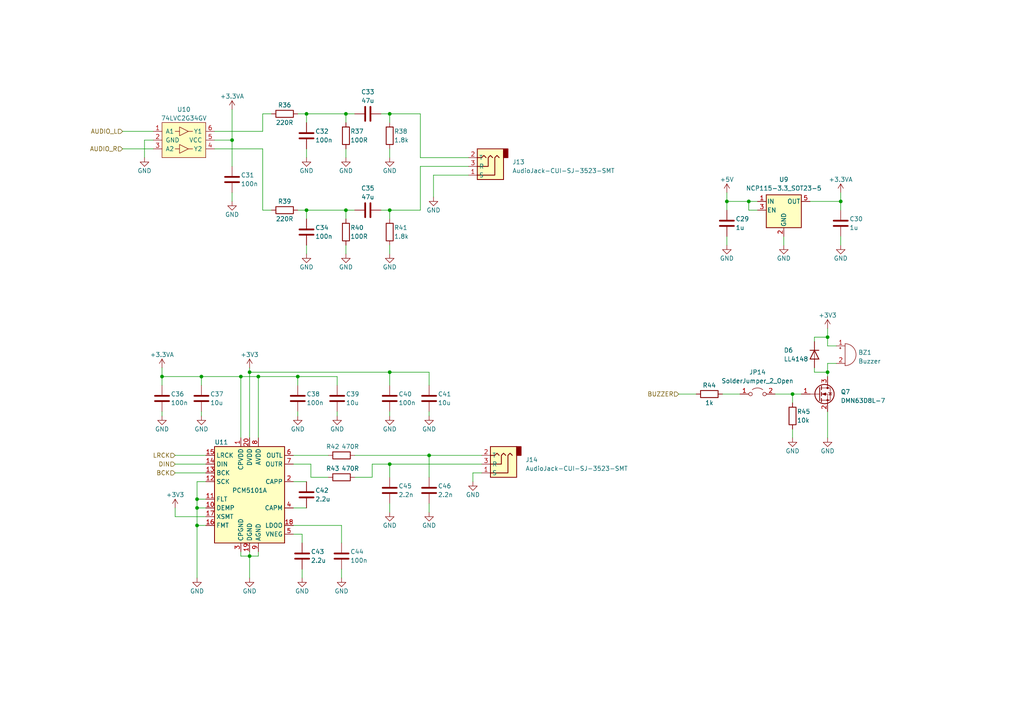
<source format=kicad_sch>
(kicad_sch (version 20220126) (generator eeschema)
  (paper "A4")
  (title_block (title "Raspberry Pi Pico Kit") (date "2022-01-02") (rev "1"))
  (lib_symbols
    (symbol "Audio:PCM5101"
      (property "Reference" "U" (at -10.16 13.97 0))
      (property "Value" "PCM5101" (at 3.81 13.97 0))
      (symbol "PCM5101_0_1"
        (rectangle (start -10.16 12.7) (end 10.16 -15.24) (stroke (width 0.254)) (fill (type background)))
      )
      (symbol "PCM5101_1_1"
        (pin passive line (at -2.54 15.24 270) (length 2.54) (name "CPVDD") (number "1"))
        (pin input line (at -12.7 -5.08 0) (length 2.54) (name "DEMP") (number "10"))
        (pin input line (at -12.7 -2.54 0) (length 2.54) (name "FLT") (number "11"))
        (pin input line (at -12.7 2.54 0) (length 2.54) (name "SCK") (number "12"))
        (pin input line (at -12.7 5.08 0) (length 2.54) (name "BCK") (number "13"))
        (pin input line (at -12.7 7.62 0) (length 2.54) (name "DIN") (number "14"))
        (pin input line (at -12.7 10.16 0) (length 2.54) (name "LRCK") (number "15"))
        (pin input line (at -12.7 -10.16 0) (length 2.54) (name "FMT") (number "16"))
        (pin input line (at -12.7 -7.62 0) (length 2.54) (name "XSMT") (number "17"))
        (pin passive line (at 12.7 -10.16 180) (length 2.54) (name "LDOO") (number "18"))
        (pin power_in line (at 0 -17.78 90) (length 2.54) (name "DGND") (number "19"))
        (pin passive line (at 12.7 2.54 180) (length 2.54) (name "CAPP") (number "2"))
        (pin power_in line (at 0 15.24 270) (length 2.54) (name "DVDD") (number "20"))
        (pin power_in line (at -2.54 -17.78 90) (length 2.54) (name "CPGND") (number "3"))
        (pin passive line (at 12.7 -5.08 180) (length 2.54) (name "CAPM") (number "4"))
        (pin passive line (at 12.7 -12.7 180) (length 2.54) (name "VNEG") (number "5"))
        (pin output line (at 12.7 10.16 180) (length 2.54) (name "OUTL") (number "6"))
        (pin output line (at 12.7 7.62 180) (length 2.54) (name "OUTR") (number "7"))
        (pin power_in line (at 2.54 15.24 270) (length 2.54) (name "AVDD") (number "8"))
        (pin power_in line (at 2.54 -17.78 90) (length 2.54) (name "AGND") (number "9"))
      )
    )
    (symbol "Device:Buzzer" (pin_names (offset 0.0254) hide)
      (property "Reference" "BZ" (at 3.81 1.27 0))
      (property "Value" "Buzzer" (at 3.81 -1.27 0))
      (symbol "Buzzer_0_1"
        (arc (start 0 -3.175) (mid 3.1612 0) (end 0 3.175))
        (polyline (pts (xy -1.651 1.905) (xy -1.143 1.905)))
        (polyline (pts (xy -1.397 2.159) (xy -1.397 1.651)))
        (polyline (pts (xy 0 3.175) (xy 0 -3.175)))
      )
      (symbol "Buzzer_1_1"
        (pin passive line (at -2.54 2.54 0) (length 2.54) (name "-") (number "1"))
        (pin passive line (at -2.54 -2.54 0) (length 2.54) (name "+") (number "2"))
      )
    )
    (symbol "Device:C" (pin_numbers hide) (pin_names (offset 0.254))
      (property "Reference" "C" (at 0.635 2.54 0))
      (property "Value" "C" (at 0.635 -2.54 0))
      (symbol "C_0_1"
        (polyline (pts (xy -2.032 -0.762) (xy 2.032 -0.762)) (stroke (width 0.508)))
        (polyline (pts (xy -2.032 0.762) (xy 2.032 0.762)) (stroke (width 0.508)))
      )
      (symbol "C_1_1"
        (pin passive line (at 0 3.81 270) (length 2.794) (name "~") (number "1"))
        (pin passive line (at 0 -3.81 90) (length 2.794) (name "~") (number "2"))
      )
    )
    (symbol "Device:R" (pin_numbers hide) (pin_names (offset 0))
      (property "Reference" "R" (at 2.032 0 90))
      (property "Value" "R" (at 0 0 90))
      (symbol "R_0_1"
        (rectangle (start -1.016 -2.54) (end 1.016 2.54) (stroke (width 0.254)))
      )
      (symbol "R_1_1"
        (pin passive line (at 0 3.81 270) (length 1.27) (name "~") (number "1"))
        (pin passive line (at 0 -3.81 90) (length 1.27) (name "~") (number "2"))
      )
    )
    (symbol "Diode:LL4148" (pin_numbers hide) (pin_names (offset 1.016) hide)
      (property "Reference" "D" (at 0 2.54 0))
      (property "Value" "LL4148" (at 0 -2.54 0))
      (symbol "LL4148_0_1"
        (polyline (pts (xy -1.27 1.27) (xy -1.27 -1.27)) (stroke (width 0.254)))
        (polyline (pts (xy 1.27 0) (xy -1.27 0)))
        (polyline (pts (xy 1.27 1.27) (xy 1.27 -1.27) (xy -1.27 0) (xy 1.27 1.27)) (stroke (width 0.254)))
      )
      (symbol "LL4148_1_1"
        (pin passive line (at -3.81 0 0) (length 2.54) (name "K") (number "1"))
        (pin passive line (at 3.81 0 180) (length 2.54) (name "A") (number "2"))
      )
    )
    (symbol "Jumper:Jumper_2_Open" (pin_names (offset 0) hide)
      (property "Reference" "JP" (at 0 2.794 0))
      (property "Value" "Jumper_2_Open" (at 0 -2.286 0))
      (symbol "Jumper_2_Open_0_0"
        (circle (center -2.032 0) (radius 0.508))
        (circle (center 2.032 0) (radius 0.508))
      )
      (symbol "Jumper_2_Open_0_1"
        (arc (start 1.524 1.27) (mid 0 1.778) (end -1.524 1.27))
      )
      (symbol "Jumper_2_Open_1_1"
        (pin passive line (at -5.08 0 0) (length 2.54) (name "A") (number "1"))
        (pin passive line (at 5.08 0 180) (length 2.54) (name "B") (number "2"))
      )
    )
    (symbol "RPi_Pico:AudioJack-CUI-SJ-3523-SMT"
      (property "Reference" "J" (at 0 8.89 0))
      (property "Value" "AudioJack-CUI-SJ-3523-SMT" (at 0 6.35 0))
      (symbol "AudioJack-CUI-SJ-3523-SMT_0_1"
        (rectangle (start -5.08 -5.08) (end -6.35 -2.54) (stroke (width 0.254)) (fill (type outline)))
        (polyline (pts (xy 0 -2.54) (xy 0.635 -3.175) (xy 1.27 -2.54) (xy 2.54 -2.54)) (stroke (width 0.254)))
        (polyline (pts (xy -1.905 -2.54) (xy -1.27 -3.175) (xy -0.635 -2.54) (xy -0.635 0) (xy 2.54 0)) (stroke (width 0.254)))
        (polyline (pts (xy 2.54 2.54) (xy -2.54 2.54) (xy -2.54 -2.54) (xy -3.175 -3.175) (xy -3.81 -2.54)) (stroke (width 0.254)))
        (rectangle (start 2.54 3.81) (end -5.08 -5.08) (stroke (width 0.254)) (fill (type background)))
      )
      (symbol "AudioJack-CUI-SJ-3523-SMT_1_1"
        (pin passive line (at 5.08 2.54 180) (length 2.54) (name "S") (number "1"))
        (pin passive line (at 5.08 -2.54 180) (length 2.54) (name "T") (number "2"))
        (pin passive line (at 5.08 0 180) (length 2.54) (name "R") (number "3"))
      )
    )
    (symbol "RPi_Pico:NC7WZ16P6X" (pin_names (offset 1.016))
      (property "Reference" "U" (at -5.08 6.35 0))
      (property "Value" "NC7WZ16P6X" (at 0 -6.35 0))
      (symbol "NC7WZ16P6X_0_1"
        (rectangle (start -6.35 5.08) (end 6.35 -5.08) (fill (type background)))
        (polyline (pts (xy 1.27 -2.54) (xy 2.54 -2.54)))
        (polyline (pts (xy 1.27 2.54) (xy 2.54 2.54)))
        (polyline (pts (xy -2.54 -2.54) (xy -1.27 -2.54) (xy -1.27 -1.27) (xy 1.27 -2.54) (xy -1.27 -3.81) (xy -1.27 -2.54)))
        (polyline (pts (xy -2.54 2.54) (xy -1.27 2.54) (xy -1.27 3.81) (xy 1.27 2.54) (xy -1.27 1.27) (xy -1.27 2.54) (xy -2.54 2.54)))
      )
      (symbol "NC7WZ16P6X_1_1"
        (pin input line (at -8.89 2.54 0) (length 2.54) (name "A1") (number "1"))
        (pin power_in line (at -8.89 0 0) (length 2.54) (name "GND") (number "2"))
        (pin input line (at -8.89 -2.54 0) (length 2.54) (name "A2") (number "3"))
        (pin output line (at 8.89 -2.54 180) (length 2.54) (name "Y2") (number "4"))
        (pin power_in line (at 8.89 0 180) (length 2.54) (name "VCC") (number "5"))
        (pin output line (at 8.89 2.54 180) (length 2.54) (name "Y1") (number "6"))
      )
    )
    (symbol "Regulator_Linear:TLV70033_SOT23-5" (pin_names (offset 0.254))
      (property "Reference" "U" (at -3.81 5.715 0))
      (property "Value" "TLV70033_SOT23-5" (at 0 5.715 0))
      (symbol "TLV70033_SOT23-5_0_1"
        (rectangle (start -5.08 4.445) (end 5.08 -5.08) (stroke (width 0.254)) (fill (type background)))
      )
      (symbol "TLV70033_SOT23-5_1_1"
        (pin power_in line (at -7.62 2.54 0) (length 2.54) (name "IN") (number "1"))
        (pin power_in line (at 0 -7.62 90) (length 2.54) (name "GND") (number "2"))
        (pin input line (at -7.62 0 0) (length 2.54) (name "EN") (number "3"))
        (pin no_connect line (at 5.08 0 180) (length 2.54) hide (name "NC") (number "4"))
        (pin power_out line (at 7.62 2.54 180) (length 2.54) (name "OUT") (number "5"))
      )
    )
    (symbol "Transistor_FET:BSS138" (pin_names hide)
      (property "Reference" "Q" (at 5.08 1.905 0))
      (property "Value" "BSS138" (at 5.08 0 0))
      (symbol "BSS138_0_1"
        (polyline (pts (xy 0.254 0) (xy -2.54 0)))
        (polyline (pts (xy 0.254 1.905) (xy 0.254 -1.905)) (stroke (width 0.254)))
        (polyline (pts (xy 0.762 -1.27) (xy 0.762 -2.286)) (stroke (width 0.254)))
        (polyline (pts (xy 0.762 0.508) (xy 0.762 -0.508)) (stroke (width 0.254)))
        (polyline (pts (xy 0.762 2.286) (xy 0.762 1.27)) (stroke (width 0.254)))
        (polyline (pts (xy 2.54 2.54) (xy 2.54 1.778)))
        (polyline (pts (xy 2.54 -2.54) (xy 2.54 0) (xy 0.762 0)))
        (polyline (pts (xy 0.762 -1.778) (xy 3.302 -1.778) (xy 3.302 1.778) (xy 0.762 1.778)))
        (polyline (pts (xy 1.016 0) (xy 2.032 0.381) (xy 2.032 -0.381) (xy 1.016 0)) (fill (type outline)))
        (polyline (pts (xy 2.794 0.508) (xy 2.921 0.381) (xy 3.683 0.381) (xy 3.81 0.254)))
        (polyline (pts (xy 3.302 0.381) (xy 2.921 -0.254) (xy 3.683 -0.254) (xy 3.302 0.381)))
        (circle (center 1.651 0) (radius 2.794) (stroke (width 0.254)))
        (circle (center 2.54 -1.778) (radius 0.254) (fill (type outline)))
        (circle (center 2.54 1.778) (radius 0.254) (fill (type outline)))
      )
      (symbol "BSS138_1_1"
        (pin input line (at -5.08 0 0) (length 2.54) (name "G") (number "1"))
        (pin passive line (at 2.54 -5.08 90) (length 2.54) (name "S") (number "2"))
        (pin passive line (at 2.54 5.08 270) (length 2.54) (name "D") (number "3"))
      )
    )
    (symbol "power:+3.3V" (power) (pin_names (offset 0))
      (property "Value" "+3.3V" (at 0 3.556 0))
      (symbol "+3.3V_0_1"
        (polyline (pts (xy -0.762 1.27) (xy 0 2.54)))
        (polyline (pts (xy 0 0) (xy 0 2.54)))
        (polyline (pts (xy 0 2.54) (xy 0.762 1.27)))
      )
      (symbol "+3.3V_1_1"
        (pin power_in line (at 0 0 90) (length 0) hide (name "+3V3") (number "1"))
      )
    )
    (symbol "power:+3.3VA" (power) (pin_names (offset 0))
      (property "Value" "+3.3VA" (at 0 3.556 0))
      (symbol "+3.3VA_0_1"
        (polyline (pts (xy -0.762 1.27) (xy 0 2.54)))
        (polyline (pts (xy 0 0) (xy 0 2.54)))
        (polyline (pts (xy 0 2.54) (xy 0.762 1.27)))
      )
      (symbol "+3.3VA_1_1"
        (pin power_in line (at 0 0 90) (length 0) hide (name "+3.3VA") (number "1"))
      )
    )
    (symbol "power:+5V" (power) (pin_names (offset 0))
      (property "Value" "+5V" (at 0 3.556 0))
      (symbol "+5V_0_1"
        (polyline (pts (xy -0.762 1.27) (xy 0 2.54)))
        (polyline (pts (xy 0 0) (xy 0 2.54)))
        (polyline (pts (xy 0 2.54) (xy 0.762 1.27)))
      )
      (symbol "+5V_1_1"
        (pin power_in line (at 0 0 90) (length 0) hide (name "+5V") (number "1"))
      )
    )
    (symbol "power:GND" (power) (pin_names (offset 0))
      (property "Value" "GND" (at 0 -3.81 0))
      (symbol "GND_0_1"
        (polyline (pts (xy 0 0) (xy 0 -1.27) (xy 1.27 -1.27) (xy 0 -2.54) (xy -1.27 -1.27) (xy 0 -1.27)))
      )
      (symbol "GND_1_1"
        (pin power_in line (at 0 0 270) (length 0) hide (name "GND") (number "1"))
      )
    )
  )
  (junction (at 72.39 107.95))
  (junction (at 57.15 147.32))
  (junction (at 57.15 152.4))
  (junction (at 210.82 58.42))
  (junction (at 113.03 33.02))
  (junction (at 100.33 60.96))
  (junction (at 74.93 109.22))
  (junction (at 57.15 144.78))
  (junction (at 113.03 134.62))
  (junction (at 100.33 33.02))
  (junction (at 113.03 107.95))
  (junction (at 58.42 109.22))
  (junction (at 243.84 58.42))
  (junction (at 88.9 33.02))
  (junction (at 67.31 40.64))
  (junction (at 229.87 114.3))
  (junction (at 217.17 58.42))
  (junction (at 124.46 132.08))
  (junction (at 113.03 60.96))
  (junction (at 69.85 109.22))
  (junction (at 240.03 97.79))
  (junction (at 46.99 109.22))
  (junction (at 86.36 109.22))
  (junction (at 88.9 60.96))
  (junction (at 72.39 161.29))
  (junction (at 240.03 107.95))
  (wire (pts (xy 100.33 43.18) (xy 100.33 45.72)))
  (wire (pts (xy 85.09 147.32) (xy 88.9 147.32)))
  (wire (pts (xy 121.92 60.96) (xy 113.03 60.96)))
  (wire (pts (xy 57.15 139.7) (xy 57.15 144.78)))
  (wire (pts (xy 242.57 105.41) (xy 240.03 105.41)))
  (wire (pts (xy 139.7 137.16) (xy 137.16 137.16)))
  (wire (pts (xy 69.85 161.29) (xy 72.39 161.29)))
  (wire (pts (xy 240.03 105.41) (xy 240.03 107.95)))
  (wire (pts (xy 46.99 109.22) (xy 58.42 109.22)))
  (wire (pts (xy 57.15 147.32) (xy 59.69 147.32)))
  (wire (pts (xy 113.03 134.62) (xy 113.03 138.43)))
  (wire (pts (xy 236.22 97.79) (xy 240.03 97.79)))
  (wire (pts (xy 86.36 109.22) (xy 86.36 111.76)))
  (wire (pts (xy 113.03 33.02) (xy 113.03 35.56)))
  (wire (pts (xy 58.42 120.65) (xy 58.42 119.38)))
  (wire (pts (xy 100.33 60.96) (xy 100.33 63.5)))
  (wire (pts (xy 35.56 38.1) (xy 44.45 38.1)))
  (wire (pts (xy 88.9 33.02) (xy 100.33 33.02)))
  (wire (pts (xy 67.31 55.88) (xy 67.31 58.42)))
  (wire (pts (xy 97.79 109.22) (xy 86.36 109.22)))
  (wire (pts (xy 224.79 114.3) (xy 229.87 114.3)))
  (wire (pts (xy 57.15 152.4) (xy 57.15 167.64)))
  (wire (pts (xy 236.22 99.06) (xy 236.22 97.79)))
  (wire (pts (xy 107.95 138.43) (xy 102.87 138.43)))
  (wire (pts (xy 46.99 120.65) (xy 46.99 119.38)))
  (wire (pts (xy 50.8 132.08) (xy 59.69 132.08)))
  (wire (pts (xy 72.39 161.29) (xy 74.93 161.29)))
  (wire (pts (xy 124.46 148.59) (xy 124.46 146.05)))
  (wire (pts (xy 100.33 33.02) (xy 100.33 35.56)))
  (wire (pts (xy 124.46 111.76) (xy 124.46 107.95)))
  (wire (pts (xy 74.93 109.22) (xy 69.85 109.22)))
  (wire (pts (xy 72.39 160.02) (xy 72.39 161.29)))
  (wire (pts (xy 46.99 106.68) (xy 46.99 109.22)))
  (wire (pts (xy 50.8 137.16) (xy 59.69 137.16)))
  (wire (pts (xy 243.84 55.88) (xy 243.84 58.42)))
  (wire (pts (xy 69.85 109.22) (xy 69.85 127)))
  (wire (pts (xy 86.36 109.22) (xy 74.93 109.22)))
  (wire (pts (xy 57.15 152.4) (xy 59.69 152.4)))
  (wire (pts (xy 113.03 107.95) (xy 72.39 107.95)))
  (wire (pts (xy 229.87 114.3) (xy 229.87 116.84)))
  (wire (pts (xy 210.82 58.42) (xy 210.82 55.88)))
  (wire (pts (xy 85.09 152.4) (xy 99.06 152.4)))
  (wire (pts (xy 121.92 33.02) (xy 113.03 33.02)))
  (wire (pts (xy 59.69 139.7) (xy 57.15 139.7)))
  (wire (pts (xy 240.03 100.33) (xy 240.03 97.79)))
  (wire (pts (xy 85.09 154.94) (xy 87.63 154.94)))
  (wire (pts (xy 240.03 97.79) (xy 240.03 95.25)))
  (wire (pts (xy 113.03 43.18) (xy 113.03 45.72)))
  (wire (pts (xy 113.03 148.59) (xy 113.03 146.05)))
  (wire (pts (xy 240.03 127) (xy 240.03 119.38)))
  (wire (pts (xy 99.06 152.4) (xy 99.06 157.48)))
  (wire (pts (xy 67.31 40.64) (xy 67.31 48.26)))
  (wire (pts (xy 102.87 33.02) (xy 100.33 33.02)))
  (wire (pts (xy 50.8 149.86) (xy 50.8 147.32)))
  (wire (pts (xy 62.23 43.18) (xy 76.2 43.18)))
  (wire (pts (xy 125.73 50.8) (xy 125.73 57.15)))
  (wire (pts (xy 88.9 33.02) (xy 88.9 35.56)))
  (wire (pts (xy 72.39 107.95) (xy 72.39 127)))
  (wire (pts (xy 76.2 33.02) (xy 78.74 33.02)))
  (wire (pts (xy 58.42 109.22) (xy 69.85 109.22)))
  (wire (pts (xy 124.46 107.95) (xy 113.03 107.95)))
  (wire (pts (xy 229.87 124.46) (xy 229.87 127)))
  (wire (pts (xy 86.36 33.02) (xy 88.9 33.02)))
  (wire (pts (xy 110.49 33.02) (xy 113.03 33.02)))
  (wire (pts (xy 121.92 45.72) (xy 121.92 33.02)))
  (wire (pts (xy 210.82 68.58) (xy 210.82 71.12)))
  (wire (pts (xy 74.93 127) (xy 74.93 109.22)))
  (wire (pts (xy 229.87 114.3) (xy 232.41 114.3)))
  (wire (pts (xy 107.95 134.62) (xy 107.95 138.43)))
  (wire (pts (xy 135.89 48.26) (xy 121.92 48.26)))
  (wire (pts (xy 85.09 134.62) (xy 90.17 134.62)))
  (wire (pts (xy 57.15 144.78) (xy 59.69 144.78)))
  (wire (pts (xy 210.82 58.42) (xy 210.82 60.96)))
  (wire (pts (xy 243.84 68.58) (xy 243.84 71.12)))
  (wire (pts (xy 88.9 71.12) (xy 88.9 73.66)))
  (wire (pts (xy 113.03 134.62) (xy 107.95 134.62)))
  (wire (pts (xy 135.89 45.72) (xy 121.92 45.72)))
  (wire (pts (xy 236.22 107.95) (xy 240.03 107.95)))
  (wire (pts (xy 85.09 132.08) (xy 95.25 132.08)))
  (wire (pts (xy 74.93 160.02) (xy 74.93 161.29)))
  (wire (pts (xy 219.71 60.96) (xy 217.17 60.96)))
  (wire (pts (xy 87.63 154.94) (xy 87.63 157.48)))
  (wire (pts (xy 86.36 60.96) (xy 88.9 60.96)))
  (wire (pts (xy 86.36 120.65) (xy 86.36 119.38)))
  (wire (pts (xy 124.46 120.65) (xy 124.46 119.38)))
  (wire (pts (xy 57.15 144.78) (xy 57.15 147.32)))
  (wire (pts (xy 227.33 68.58) (xy 227.33 71.12)))
  (wire (pts (xy 113.03 120.65) (xy 113.03 119.38)))
  (wire (pts (xy 100.33 71.12) (xy 100.33 73.66)))
  (wire (pts (xy 90.17 134.62) (xy 90.17 138.43)))
  (wire (pts (xy 50.8 134.62) (xy 59.69 134.62)))
  (wire (pts (xy 234.95 58.42) (xy 243.84 58.42)))
  (wire (pts (xy 236.22 106.68) (xy 236.22 107.95)))
  (wire (pts (xy 243.84 58.42) (xy 243.84 60.96)))
  (wire (pts (xy 46.99 109.22) (xy 46.99 111.76)))
  (wire (pts (xy 44.45 40.64) (xy 41.91 40.64)))
  (wire (pts (xy 113.03 60.96) (xy 113.03 63.5)))
  (wire (pts (xy 76.2 43.18) (xy 76.2 60.96)))
  (wire (pts (xy 209.55 114.3) (xy 214.63 114.3)))
  (wire (pts (xy 217.17 58.42) (xy 210.82 58.42)))
  (wire (pts (xy 76.2 60.96) (xy 78.74 60.96)))
  (wire (pts (xy 217.17 60.96) (xy 217.17 58.42)))
  (wire (pts (xy 35.56 43.18) (xy 44.45 43.18)))
  (wire (pts (xy 137.16 137.16) (xy 137.16 139.7)))
  (wire (pts (xy 58.42 109.22) (xy 58.42 111.76)))
  (wire (pts (xy 196.85 114.3) (xy 201.93 114.3)))
  (wire (pts (xy 88.9 43.18) (xy 88.9 45.72)))
  (wire (pts (xy 85.09 139.7) (xy 88.9 139.7)))
  (wire (pts (xy 87.63 165.1) (xy 87.63 167.64)))
  (wire (pts (xy 113.03 71.12) (xy 113.03 73.66)))
  (wire (pts (xy 59.69 149.86) (xy 50.8 149.86)))
  (wire (pts (xy 102.87 60.96) (xy 100.33 60.96)))
  (wire (pts (xy 88.9 60.96) (xy 88.9 63.5)))
  (wire (pts (xy 41.91 40.64) (xy 41.91 45.72)))
  (wire (pts (xy 102.87 132.08) (xy 124.46 132.08)))
  (wire (pts (xy 88.9 60.96) (xy 100.33 60.96)))
  (wire (pts (xy 72.39 106.68) (xy 72.39 107.95)))
  (wire (pts (xy 62.23 38.1) (xy 76.2 38.1)))
  (wire (pts (xy 124.46 132.08) (xy 139.7 132.08)))
  (wire (pts (xy 72.39 161.29) (xy 72.39 167.64)))
  (wire (pts (xy 242.57 100.33) (xy 240.03 100.33)))
  (wire (pts (xy 124.46 132.08) (xy 124.46 138.43)))
  (wire (pts (xy 113.03 111.76) (xy 113.03 107.95)))
  (wire (pts (xy 69.85 160.02) (xy 69.85 161.29)))
  (wire (pts (xy 57.15 147.32) (xy 57.15 152.4)))
  (wire (pts (xy 121.92 48.26) (xy 121.92 60.96)))
  (wire (pts (xy 97.79 111.76) (xy 97.79 109.22)))
  (wire (pts (xy 110.49 60.96) (xy 113.03 60.96)))
  (wire (pts (xy 219.71 58.42) (xy 217.17 58.42)))
  (wire (pts (xy 139.7 134.62) (xy 113.03 134.62)))
  (wire (pts (xy 90.17 138.43) (xy 95.25 138.43)))
  (wire (pts (xy 240.03 107.95) (xy 240.03 109.22)))
  (wire (pts (xy 135.89 50.8) (xy 125.73 50.8)))
  (wire (pts (xy 99.06 165.1) (xy 99.06 167.64)))
  (wire (pts (xy 67.31 31.75) (xy 67.31 40.64)))
  (wire (pts (xy 97.79 120.65) (xy 97.79 119.38)))
  (wire (pts (xy 76.2 33.02) (xy 76.2 38.1)))
  (wire (pts (xy 62.23 40.64) (xy 67.31 40.64)))
  (hierarchical_label "BCK" (shape input) (at 50.8 137.16 180))
  (hierarchical_label "LRCK" (shape input) (at 50.8 132.08 180))
  (hierarchical_label "AUDIO_R" (shape input) (at 35.56 43.18 180))
  (hierarchical_label "AUDIO_L" (shape input) (at 35.56 38.1 180))
  (hierarchical_label "DIN" (shape input) (at 50.8 134.62 180))
  (hierarchical_label "BUZZER" (shape input) (at 196.85 114.3 180))
  (symbol (lib_id "Device:R") (at 113.03 39.37 0) (unit 1)
    (property "Reference" "R38" (at 114.3 38.1 0) (effects (justify left)))
    (property "Value" "1.8k" (at 114.3 40.64 0) (effects (justify left)))
    (property "Footprint" "Resistor_SMD:R_0603_1608Metric_Pad0.98x0.95mm_HandSolder" (effects hide))
    (property "Manufacturer Part Number" "RMCF0603FT1K80" (effects hide))
    (property "Supplier" "Digikey" (effects hide))
    (property "Supplier Part URL" "https://www.digikey.cz/en/products/detail/stackpole-electronics-inc/RMCF0603FT1K80/1761098" (effects hide))
  )
  (symbol (lib_id "power:GND") (at 57.15 167.64 0) (unit 1)
    (property "Reference" "#PWR0126" (effects hide))
    (property "Value" "GND" (at 57.15 171.45 0))
  )
  (symbol (lib_id "Diode:LL4148") (at 236.22 102.87 270) (unit 1)
    (property "Reference" "D6" (at 227.33 101.6 90) (effects (justify left)))
    (property "Value" "LL4148" (at 227.33 104.14 90) (effects (justify left)))
    (property "Footprint" "Diode_SMD:D_MiniMELF" (effects hide))
    (property "Datasheet" "http://www.vishay.com/docs/85557/ll4148.pdf" (effects hide))
    (property "Manufacturer Part Number" "LL4148" (effects hide))
    (property "Supplier" "Digikey" (effects hide))
    (property "Supplier Part URL" "https://www.digikey.cz/en/products/detail/onsemi/LL4148/1923046" (effects hide))
  )
  (symbol (lib_id "power:GND") (at 86.36 120.65 0) (unit 1)
    (property "Reference" "#PWR0132" (effects hide))
    (property "Value" "GND" (at 86.36 124.46 0))
  )
  (symbol (lib_id "power:GND") (at 113.03 148.59 0) (unit 1)
    (property "Reference" "#PWR0143" (effects hide))
    (property "Value" "GND" (at 113.03 152.4 0))
  )
  (symbol (lib_id "Device:R") (at 205.74 114.3 90) (unit 1)
    (property "Reference" "R44" (at 205.74 111.76 90))
    (property "Value" "1k" (at 205.74 116.84 90))
    (property "Footprint" "Resistor_SMD:R_0603_1608Metric_Pad0.98x0.95mm_HandSolder" (effects hide))
    (property "Manufacturer Part Number" "RMCF0603FG1K00" (effects hide))
    (property "Supplier" "Digikey" (effects hide))
    (property "Supplier Part URL" "https://www.digikey.cz/en/products/detail/stackpole-electronics-inc/RMCF0603FG1K00/1713699" (effects hide))
  )
  (symbol (lib_id "power:GND") (at 97.79 120.65 0) (unit 1)
    (property "Reference" "#PWR0136" (effects hide))
    (property "Value" "GND" (at 97.79 124.46 0))
  )
  (symbol (lib_id "Jumper:Jumper_2_Open") (at 219.71 114.3 0) (unit 1)
    (property "Reference" "JP14" (at 219.71 107.95 0))
    (property "Value" "SolderJumper_2_Open" (at 219.71 110.49 0))
    (property "Footprint" "JumperTHT:JumperTHT_2_P2.54mm_Open" (effects hide))
    (property "Manufacturer Part Number" "PinHeader_1x02" (effects hide))
    (property "Supplier" "me" (effects hide))
  )
  (symbol (lib_id "Device:R") (at 82.55 33.02 90) (unit 1)
    (property "Reference" "R36" (at 82.55 30.48 90))
    (property "Value" "220R" (at 82.55 35.56 90))
    (property "Footprint" "Resistor_SMD:R_0603_1608Metric_Pad0.98x0.95mm_HandSolder" (effects hide))
    (property "Manufacturer Part Number" "RMCF0603FT220R" (effects hide))
    (property "Supplier" "Digikey" (effects hide))
    (property "Supplier Part URL" "https://www.digikey.cz/en/products/detail/stackpole-electronics-inc/RMCF0603FT220R/1760809" (effects hide))
  )
  (symbol (lib_id "Device:C") (at 99.06 161.29 180) (unit 1)
    (property "Reference" "C44" (at 101.6 160.02 0) (effects (justify right)))
    (property "Value" "100n" (at 101.6 162.56 0) (effects (justify right)))
    (property "Footprint" "Capacitor_SMD:C_0603_1608Metric_Pad1.08x0.95mm_HandSolder" (effects hide))
    (property "Manufacturer Part Number" "CL10B104KB8NNWC" (effects hide))
    (property "Supplier" "Digikey" (effects hide))
    (property "Supplier Part URL" "https://www.digikey.cz/en/products/detail/samsung-electro-mechanics/CL10B104KB8NNWC/3887593" (effects hide))
  )
  (symbol (lib_id "power:GND") (at 124.46 120.65 0) (unit 1)
    (property "Reference" "#PWR0144" (effects hide))
    (property "Value" "GND" (at 124.46 124.46 0))
  )
  (symbol (lib_id "Device:C") (at 113.03 115.57 180) (unit 1)
    (property "Reference" "C40" (at 115.57 114.3 0) (effects (justify right)))
    (property "Value" "100n" (at 115.57 116.84 0) (effects (justify right)))
    (property "Footprint" "Capacitor_SMD:C_0603_1608Metric_Pad1.08x0.95mm_HandSolder" (effects hide))
    (property "Manufacturer Part Number" "CL10B104KB8NNWC" (effects hide))
    (property "Supplier" "Digikey" (effects hide))
    (property "Supplier Part URL" "https://www.digikey.cz/en/products/detail/samsung-electro-mechanics/CL10B104KB8NNWC/3887593" (effects hide))
  )
  (symbol (lib_id "Device:C") (at 86.36 115.57 180) (unit 1)
    (property "Reference" "C38" (at 88.9 114.3 0) (effects (justify right)))
    (property "Value" "100n" (at 88.9 116.84 0) (effects (justify right)))
    (property "Footprint" "Capacitor_SMD:C_0603_1608Metric_Pad1.08x0.95mm_HandSolder" (effects hide))
    (property "Manufacturer Part Number" "CL10B104KB8NNWC" (effects hide))
    (property "Supplier" "Digikey" (effects hide))
    (property "Supplier Part URL" "https://www.digikey.cz/en/products/detail/samsung-electro-mechanics/CL10B104KB8NNWC/3887593" (effects hide))
  )
  (symbol (lib_id "Device:C") (at 243.84 64.77 180) (unit 1)
    (property "Reference" "C30" (at 246.38 63.5 0) (effects (justify right)))
    (property "Value" "1u" (at 246.38 66.04 0) (effects (justify right)))
    (property "Footprint" "Capacitor_SMD:C_0805_2012Metric_Pad1.18x1.45mm_HandSolder" (effects hide))
    (property "Manufacturer Part Number" "C0805C105Z4VAC7800" (effects hide))
    (property "Supplier" "Digikey" (effects hide))
    (property "Supplier Part URL" "https://www.digikey.cz/en/products/detail/kemet/C0805C105Z4VAC7800/2211782" (effects hide))
  )
  (symbol (lib_id "power:GND") (at 125.73 57.15 0) (unit 1)
    (property "Reference" "#PWR0146" (effects hide))
    (property "Value" "GND" (at 125.73 60.96 0))
  )
  (symbol (lib_id "power:+3.3V") (at 72.39 106.68 0) (unit 1)
    (property "Reference" "#PWR0130" (effects hide))
    (property "Value" "+3.3V" (at 72.39 102.87 0))
  )
  (symbol (lib_id "RPi_Pico:AudioJack-CUI-SJ-3523-SMT") (at 140.97 48.26 180) (unit 1)
    (property "Reference" "J13" (at 148.59 46.99 0) (effects (justify right)))
    (property "Value" "AudioJack-CUI-SJ-3523-SMT" (at 148.59 49.53 0) (effects (justify right)))
    (property "Footprint" "RPi_Pico:CUI_SJ-3523-audio-jack" (effects hide))
    (property "Manufacturer Part Number" "SJ-3523-SMT-TR" (effects hide))
    (property "Supplier" "Digikey" (effects hide))
    (property "Supplier Part URL" "https://www.digikey.cz/en/products/detail/cui-devices/SJ-3523-SMT-TR/281297" (effects hide))
  )
  (symbol (lib_id "RPi_Pico:AudioJack-CUI-SJ-3523-SMT") (at 144.78 134.62 180) (unit 1)
    (property "Reference" "J14" (at 152.4 133.35 0) (effects (justify right)))
    (property "Value" "AudioJack-CUI-SJ-3523-SMT" (at 152.4 135.89 0) (effects (justify right)))
    (property "Footprint" "RPi_Pico:CUI_SJ-3523-audio-jack" (effects hide))
    (property "Manufacturer Part Number" "SJ-3523-SMT-TR" (effects hide))
    (property "Supplier" "Digikey" (effects hide))
    (property "Supplier Part URL" "https://www.digikey.cz/en/products/detail/cui-devices/SJ-3523-SMT-TR/281297" (effects hide))
  )
  (symbol (lib_id "Device:C") (at 113.03 142.24 180) (unit 1)
    (property "Reference" "C45" (at 115.57 140.97 0) (effects (justify right)))
    (property "Value" "2.2n" (at 115.57 143.51 0) (effects (justify right)))
    (property "Footprint" "Capacitor_SMD:C_0603_1608Metric_Pad1.08x0.95mm_HandSolder" (effects hide))
    (property "Manufacturer Part Number" "0603B222K500CT" (effects hide))
    (property "Supplier" "Digikey" (effects hide))
    (property "Supplier Part URL" "https://www.digikey.cz/en/products/detail/walsin-technology-corporation/0603B222K500CT/9354909" (effects hide))
  )
  (symbol (lib_id "power:+5V") (at 210.82 55.88 0) (unit 1)
    (property "Reference" "#PWR0148" (effects hide))
    (property "Value" "+5V" (at 210.82 52.07 0))
  )
  (symbol (lib_id "power:GND") (at 58.42 120.65 0) (unit 1)
    (property "Reference" "#PWR0127" (effects hide))
    (property "Value" "GND" (at 58.42 124.46 0))
  )
  (symbol (lib_id "power:GND") (at 87.63 167.64 0) (unit 1)
    (property "Reference" "#PWR0133" (effects hide))
    (property "Value" "GND" (at 87.63 171.45 0))
  )
  (symbol (lib_id "Regulator_Linear:TLV70033_SOT23-5") (at 227.33 60.96 0) (unit 1)
    (property "Reference" "U9" (at 227.33 52.07 0))
    (property "Value" "NCP115-3.3_SOT23-5" (at 227.33 54.61 0))
    (property "Footprint" "Package_TO_SOT_SMD:SOT-23-5" (effects hide))
    (property "Datasheet" "http://www.ti.com/lit/ds/symlink/tlv700.pdf" (effects hide))
    (property "Manufacturer Part Number" "NCP115ASN330T2G" (effects hide))
    (property "Supplier" "Digikey" (effects hide))
    (property "Supplier Part URL" "https://www.digikey.cz/en/products/detail/onsemi/NCP115ASN330T2G/9764776" (effects hide))
  )
  (symbol (lib_id "power:GND") (at 72.39 167.64 0) (unit 1)
    (property "Reference" "#PWR0131" (effects hide))
    (property "Value" "GND" (at 72.39 171.45 0))
  )
  (symbol (lib_id "power:GND") (at 46.99 120.65 0) (unit 1)
    (property "Reference" "#PWR0124" (effects hide))
    (property "Value" "GND" (at 46.99 124.46 0))
  )
  (symbol (lib_id "Device:C") (at 97.79 115.57 180) (unit 1)
    (property "Reference" "C39" (at 100.33 114.3 0) (effects (justify right)))
    (property "Value" "10u" (at 100.33 116.84 0) (effects (justify right)))
    (property "Footprint" "Capacitor_SMD:C_0805_2012Metric_Pad1.18x1.45mm_HandSolder" (effects hide))
    (property "Manufacturer Part Number" "CL21A106KOQNNNG" (effects hide))
    (property "Supplier" "Digikey" (effects hide))
    (property "Supplier Part URL" "https://www.digikey.cz/en/products/detail/samsung-electro-mechanics/CL21A106KOQNNNG/3894417" (effects hide))
  )
  (symbol (lib_id "Device:R") (at 99.06 132.08 90) (unit 1)
    (property "Reference" "R42" (at 96.52 129.54 90))
    (property "Value" "470R" (at 101.6 129.54 90))
    (property "Footprint" "Resistor_SMD:R_0603_1608Metric_Pad0.98x0.95mm_HandSolder" (effects hide))
    (property "Manufacturer Part Number" "RMCF0603FT470R" (effects hide))
    (property "Supplier Part URL" "https://www.digikey.cz/en/products/detail/stackpole-electronics-inc/RMCF0603FT470R/1761144" (effects hide))
    (property "Supplier" "Digikey" (effects hide))
  )
  (symbol (lib_id "power:GND") (at 243.84 71.12 0) (unit 1)
    (property "Reference" "#PWR0155" (effects hide))
    (property "Value" "GND" (at 243.84 74.93 0))
  )
  (symbol (lib_id "Device:C") (at 87.63 161.29 180) (unit 1)
    (property "Reference" "C43" (at 90.17 160.02 0) (effects (justify right)))
    (property "Value" "2.2u" (at 90.17 162.56 0) (effects (justify right)))
    (property "Footprint" "Capacitor_SMD:C_0805_2012Metric_Pad1.18x1.45mm_HandSolder" (effects hide))
    (property "Manufacturer Part Number" "C0805C225Z4VAC7800" (effects hide))
    (property "Supplier" "Digikey" (effects hide))
    (property "Supplier Part URL" "https://www.digikey.cz/en/products/detail/kemet/C0805C225Z4VAC7800/417855" (effects hide))
  )
  (symbol (lib_id "Device:R") (at 113.03 67.31 0) (unit 1)
    (property "Reference" "R41" (at 114.3 66.04 0) (effects (justify left)))
    (property "Value" "1.8k" (at 114.3 68.58 0) (effects (justify left)))
    (property "Footprint" "Resistor_SMD:R_0603_1608Metric_Pad0.98x0.95mm_HandSolder" (effects hide))
    (property "Manufacturer Part Number" "RMCF0603FT1K80" (effects hide))
    (property "Supplier" "Digikey" (effects hide))
    (property "Supplier Part URL" "https://www.digikey.cz/en/products/detail/stackpole-electronics-inc/RMCF0603FT1K80/1761098" (effects hide))
  )
  (symbol (lib_id "power:GND") (at 137.16 139.7 0) (unit 1)
    (property "Reference" "#PWR0147" (effects hide))
    (property "Value" "GND" (at 137.16 143.51 0))
  )
  (symbol (lib_id "Device:C") (at 88.9 143.51 180) (unit 1)
    (property "Reference" "C42" (at 91.44 142.24 0) (effects (justify right)))
    (property "Value" "2.2u" (at 91.44 144.78 0) (effects (justify right)))
    (property "Footprint" "Capacitor_SMD:C_0805_2012Metric_Pad1.18x1.45mm_HandSolder" (effects hide))
    (property "Manufacturer Part Number" "C0805C225Z4VAC7800" (effects hide))
    (property "Supplier" "Digikey" (effects hide))
    (property "Supplier Part URL" "https://www.digikey.cz/en/products/detail/kemet/C0805C225Z4VAC7800/417855" (effects hide))
  )
  (symbol (lib_id "Device:R") (at 229.87 120.65 0) (unit 1)
    (property "Reference" "R45" (at 231.14 119.38 0) (effects (justify left)))
    (property "Value" "10k" (at 231.14 121.92 0) (effects (justify left)))
    (property "Footprint" "Resistor_SMD:R_0603_1608Metric_Pad0.98x0.95mm_HandSolder" (effects hide))
    (property "Manufacturer Part Number" "RMCF0603FT10K0" (effects hide))
    (property "Supplier" "Digikey" (effects hide))
    (property "Supplier Part URL" "https://www.digikey.cz/en/products/detail/stackpole-electronics-inc/RMCF0603FT10K0/1761235" (effects hide))
  )
  (symbol (lib_id "Device:C") (at 106.68 33.02 90) (unit 1)
    (property "Reference" "C33" (at 106.68 26.67 90))
    (property "Value" "47u" (at 106.68 29.21 90))
    (property "Footprint" "Capacitor_SMD:C_0805_2012Metric_Pad1.18x1.45mm_HandSolder" (effects hide))
    (property "Manufacturer Part Number" "CL21A476MRYNNNE" (effects hide))
    (property "Supplier" "Digikey" (effects hide))
    (property "Supplier Part URL" "https://www.digikey.cz/en/products/detail/samsung-electro-mechanics/CL21A476MRYNNNE/3888577" (effects hide))
  )
  (symbol (lib_id "Device:R") (at 100.33 67.31 0) (unit 1)
    (property "Reference" "R40" (at 101.6 66.04 0) (effects (justify left)))
    (property "Value" "100R" (at 101.6 68.58 0) (effects (justify left)))
    (property "Footprint" "Resistor_SMD:R_0603_1608Metric_Pad0.98x0.95mm_HandSolder" (effects hide))
    (property "Manufacturer Part Number" "RMCF0603FT100R" (effects hide))
    (property "Supplier Part URL" "https://www.digikey.cz/en/products/detail/stackpole-electronics-inc/RMCF0603FT100R/1761113" (effects hide))
    (property "Supplier" "Digikey" (effects hide))
  )
  (symbol (lib_id "Device:C") (at 124.46 142.24 180) (unit 1)
    (property "Reference" "C46" (at 127 140.97 0) (effects (justify right)))
    (property "Value" "2.2n" (at 127 143.51 0) (effects (justify right)))
    (property "Footprint" "Capacitor_SMD:C_0603_1608Metric_Pad1.08x0.95mm_HandSolder" (effects hide))
    (property "Manufacturer Part Number" "0603B222K500CT" (effects hide))
    (property "Supplier" "Digikey" (effects hide))
    (property "Supplier Part URL" "https://www.digikey.cz/en/products/detail/walsin-technology-corporation/0603B222K500CT/9354909" (effects hide))
  )
  (symbol (lib_id "Device:C") (at 58.42 115.57 180) (unit 1)
    (property "Reference" "C37" (at 60.96 114.3 0) (effects (justify right)))
    (property "Value" "10u" (at 60.96 116.84 0) (effects (justify right)))
    (property "Footprint" "Capacitor_SMD:C_0805_2012Metric_Pad1.18x1.45mm_HandSolder" (effects hide))
    (property "Manufacturer Part Number" "CL21A106KOQNNNG" (effects hide))
    (property "Supplier" "Digikey" (effects hide))
    (property "Supplier Part URL" "https://www.digikey.cz/en/products/detail/samsung-electro-mechanics/CL21A106KOQNNNG/3894417" (effects hide))
  )
  (symbol (lib_id "Device:C") (at 46.99 115.57 180) (unit 1)
    (property "Reference" "C36" (at 49.53 114.3 0) (effects (justify right)))
    (property "Value" "100n" (at 49.53 116.84 0) (effects (justify right)))
    (property "Footprint" "Capacitor_SMD:C_0603_1608Metric_Pad1.08x0.95mm_HandSolder" (effects hide))
    (property "Manufacturer Part Number" "CL10B104KB8NNWC" (effects hide))
    (property "Supplier" "Digikey" (effects hide))
    (property "Supplier Part URL" "https://www.digikey.cz/en/products/detail/samsung-electro-mechanics/CL10B104KB8NNWC/3887593" (effects hide))
  )
  (symbol (lib_id "power:+3.3V") (at 50.8 147.32 0) (unit 1)
    (property "Reference" "#PWR0125" (effects hide))
    (property "Value" "+3.3V" (at 50.8 143.51 0))
  )
  (symbol (lib_id "power:GND") (at 88.9 45.72 0) (unit 1)
    (property "Reference" "#PWR0134" (effects hide))
    (property "Value" "GND" (at 88.9 49.53 0))
  )
  (symbol (lib_id "power:GND") (at 100.33 73.66 0) (unit 1)
    (property "Reference" "#PWR0139" (effects hide))
    (property "Value" "GND" (at 100.33 77.47 0))
  )
  (symbol (lib_id "Device:C") (at 210.82 64.77 180) (unit 1)
    (property "Reference" "C29" (at 213.36 63.5 0) (effects (justify right)))
    (property "Value" "1u" (at 213.36 66.04 0) (effects (justify right)))
    (property "Footprint" "Capacitor_SMD:C_0805_2012Metric_Pad1.18x1.45mm_HandSolder" (effects hide))
    (property "Manufacturer Part Number" "C0805C105Z4VAC7800" (effects hide))
    (property "Supplier" "Digikey" (effects hide))
    (property "Supplier Part URL" "https://www.digikey.cz/en/products/detail/kemet/C0805C105Z4VAC7800/2211782" (effects hide))
  )
  (symbol (lib_id "Device:R") (at 99.06 138.43 90) (unit 1)
    (property "Reference" "R43" (at 96.52 135.89 90))
    (property "Value" "470R" (at 101.6 135.89 90))
    (property "Footprint" "Resistor_SMD:R_0603_1608Metric_Pad0.98x0.95mm_HandSolder" (effects hide))
    (property "Manufacturer Part Number" "RMCF0603FT470R" (effects hide))
    (property "Supplier Part URL" "https://www.digikey.cz/en/products/detail/stackpole-electronics-inc/RMCF0603FT470R/1761144" (effects hide))
    (property "Supplier" "Digikey" (effects hide))
  )
  (symbol (lib_id "power:GND") (at 113.03 120.65 0) (unit 1)
    (property "Reference" "#PWR0142" (effects hide))
    (property "Value" "GND" (at 113.03 124.46 0))
  )
  (symbol (lib_id "power:GND") (at 67.31 58.42 0) (unit 1)
    (property "Reference" "#PWR0129" (effects hide))
    (property "Value" "GND" (at 67.31 62.23 0))
  )
  (symbol (lib_id "power:GND") (at 210.82 71.12 0) (unit 1)
    (property "Reference" "#PWR0149" (effects hide))
    (property "Value" "GND" (at 210.82 74.93 0))
  )
  (symbol (lib_id "RPi_Pico:NC7WZ16P6X") (at 53.34 40.64 0) (unit 1)
    (property "Reference" "U10" (at 53.34 31.75 0))
    (property "Value" "74LVC2G34GV" (at 53.34 34.29 0))
    (property "Footprint" "Package_SO:SC-74-6_1.5x2.9mm_P0.95mm" (effects hide))
    (property "Manufacturer Part Number" "74LVC2G34GV,125" (effects hide))
    (property "Supplier" "Digikey" (effects hide))
    (property "Supplier Part URL" "https://www.digikey.cz/en/products/detail/nexperia-usa-inc/74LVC2G34GV-125/1231596" (effects hide))
  )
  (symbol (lib_id "Device:R") (at 82.55 60.96 90) (unit 1)
    (property "Reference" "R39" (at 82.55 58.42 90))
    (property "Value" "220R" (at 82.55 63.5 90))
    (property "Footprint" "Resistor_SMD:R_0603_1608Metric_Pad0.98x0.95mm_HandSolder" (effects hide))
    (property "Manufacturer Part Number" "RMCF0603FT220R" (effects hide))
    (property "Supplier" "Digikey" (effects hide))
    (property "Supplier Part URL" "https://www.digikey.cz/en/products/detail/stackpole-electronics-inc/RMCF0603FT220R/1760809" (effects hide))
  )
  (symbol (lib_id "Device:C") (at 88.9 39.37 180) (unit 1)
    (property "Reference" "C32" (at 91.44 38.1 0) (effects (justify right)))
    (property "Value" "100n" (at 91.44 40.64 0) (effects (justify right)))
    (property "Footprint" "Capacitor_SMD:C_0603_1608Metric_Pad1.08x0.95mm_HandSolder" (effects hide))
    (property "Manufacturer Part Number" "CL10B104KB8NNWC" (effects hide))
    (property "Supplier" "Digikey" (effects hide))
    (property "Supplier Part URL" "https://www.digikey.cz/en/products/detail/samsung-electro-mechanics/CL10B104KB8NNWC/3887593" (effects hide))
  )
  (symbol (lib_id "Device:Buzzer") (at 245.11 102.87 0) (unit 1)
    (property "Reference" "BZ1" (at 248.92 102.235 0) (effects (justify left)))
    (property "Value" "Buzzer" (at 248.92 104.775 0) (effects (justify left)))
    (property "Footprint" "Buzzer_Beeper:Buzzer_12x9.5RM7.6" (effects hide))
    (property "Manufacturer Part Number" "LA216001" (effects hide))
    (property "Supplier" "Laskakit" (effects hide))
    (property "Supplier Part URL" "https://www.laskakit.cz/pasivni-bzucak--5v" (effects hide))
  )
  (symbol (lib_id "power:+3.3VA") (at 67.31 31.75 0) (unit 1)
    (property "Reference" "#PWR0128" (effects hide))
    (property "Value" "+3.3VA" (at 67.31 27.94 0))
  )
  (symbol (lib_id "power:GND") (at 227.33 71.12 0) (unit 1)
    (property "Reference" "#PWR0150" (effects hide))
    (property "Value" "GND" (at 227.33 74.93 0))
  )
  (symbol (lib_id "power:GND") (at 229.87 127 0) (unit 1)
    (property "Reference" "#PWR0151" (effects hide))
    (property "Value" "GND" (at 229.87 130.81 0))
  )
  (symbol (lib_id "Audio:PCM5101") (at 72.39 142.24 0) (unit 1)
    (property "Reference" "U11" (at 62.23 128.27 0) (effects (justify left)))
    (property "Value" "PCM5101A" (at 72.39 142.24 0))
    (property "Footprint" "Package_SO:TSSOP-20_4.4x6.5mm_P0.65mm" (effects hide))
    (property "Datasheet" "http://www.ti.com/lit/ds/symlink/pcm5101.pdf" (effects hide))
    (property "Manufacturer Part Number" "PCM5101APWR" (effects hide))
    (property "Supplier" "Digikey" (effects hide))
    (property "Supplier Part URL" "https://www.digikey.cz/en/products/detail/texas-instruments/PCM5101APWR/3775432" (effects hide))
  )
  (symbol (lib_id "Device:R") (at 100.33 39.37 0) (unit 1)
    (property "Reference" "R37" (at 101.6 38.1 0) (effects (justify left)))
    (property "Value" "100R" (at 101.6 40.64 0) (effects (justify left)))
    (property "Footprint" "Resistor_SMD:R_0603_1608Metric_Pad0.98x0.95mm_HandSolder" (effects hide))
    (property "Manufacturer Part Number" "RMCF0603FT100R" (effects hide))
    (property "Supplier Part URL" "https://www.digikey.cz/en/products/detail/stackpole-electronics-inc/RMCF0603FT100R/1761113" (effects hide))
    (property "Supplier" "Digikey" (effects hide))
  )
  (symbol (lib_id "power:GND") (at 100.33 45.72 0) (unit 1)
    (property "Reference" "#PWR0138" (effects hide))
    (property "Value" "GND" (at 100.33 49.53 0))
  )
  (symbol (lib_id "power:+3.3V") (at 240.03 95.25 0) (unit 1)
    (property "Reference" "#PWR0152" (effects hide))
    (property "Value" "+3.3V" (at 240.03 91.44 0))
  )
  (symbol (lib_id "power:GND") (at 113.03 45.72 0) (unit 1)
    (property "Reference" "#PWR0140" (effects hide))
    (property "Value" "GND" (at 113.03 49.53 0))
  )
  (symbol (lib_id "power:+3.3VA") (at 243.84 55.88 0) (unit 1)
    (property "Reference" "#PWR0154" (effects hide))
    (property "Value" "+3.3VA" (at 243.84 52.07 0))
  )
  (symbol (lib_id "Device:C") (at 124.46 115.57 180) (unit 1)
    (property "Reference" "C41" (at 127 114.3 0) (effects (justify right)))
    (property "Value" "10u" (at 127 116.84 0) (effects (justify right)))
    (property "Footprint" "Capacitor_SMD:C_0805_2012Metric_Pad1.18x1.45mm_HandSolder" (effects hide))
    (property "Manufacturer Part Number" "CL21A106KOQNNNG" (effects hide))
    (property "Supplier" "Digikey" (effects hide))
    (property "Supplier Part URL" "https://www.digikey.cz/en/products/detail/samsung-electro-mechanics/CL21A106KOQNNNG/3894417" (effects hide))
  )
  (symbol (lib_id "Device:C") (at 67.31 52.07 180) (unit 1)
    (property "Reference" "C31" (at 69.85 50.8 0) (effects (justify right)))
    (property "Value" "100n" (at 69.85 53.34 0) (effects (justify right)))
    (property "Footprint" "Capacitor_SMD:C_0603_1608Metric_Pad1.08x0.95mm_HandSolder" (effects hide))
    (property "Manufacturer Part Number" "CL10B104KB8NNWC" (effects hide))
    (property "Supplier" "Digikey" (effects hide))
    (property "Supplier Part URL" "https://www.digikey.cz/en/products/detail/samsung-electro-mechanics/CL10B104KB8NNWC/3887593" (effects hide))
  )
  (symbol (lib_id "Device:C") (at 88.9 67.31 180) (unit 1)
    (property "Reference" "C34" (at 91.44 66.04 0) (effects (justify right)))
    (property "Value" "100n" (at 91.44 68.58 0) (effects (justify right)))
    (property "Footprint" "Capacitor_SMD:C_0603_1608Metric_Pad1.08x0.95mm_HandSolder" (effects hide))
    (property "Manufacturer Part Number" "CL10B104KB8NNWC" (effects hide))
    (property "Supplier" "Digikey" (effects hide))
    (property "Supplier Part URL" "https://www.digikey.cz/en/products/detail/samsung-electro-mechanics/CL10B104KB8NNWC/3887593" (effects hide))
  )
  (symbol (lib_id "power:GND") (at 41.91 45.72 0) (unit 1)
    (property "Reference" "#PWR0122" (effects hide))
    (property "Value" "GND" (at 41.91 49.53 0))
  )
  (symbol (lib_id "Transistor_FET:BSS138") (at 237.49 114.3 0) (unit 1)
    (property "Reference" "Q7" (at 243.84 113.665 0) (effects (justify left)))
    (property "Value" "DMN63D8L-7" (at 243.84 116.205 0) (effects (justify left)))
    (property "Footprint" "Package_TO_SOT_SMD:SOT-23" (effects hide))
    (property "Manufacturer Part Number" "DMN63D8L-7" (effects hide))
    (property "Supplier" "Digikey" (effects hide))
    (property "Supplier Part URL" "https://www.digikey.cz/en/products/detail/diodes-incorporated/DMN63D8L-7/5699705" (effects hide))
  )
  (symbol (lib_id "Device:C") (at 106.68 60.96 90) (unit 1)
    (property "Reference" "C35" (at 106.68 54.61 90))
    (property "Value" "47u" (at 106.68 57.15 90))
    (property "Footprint" "Capacitor_SMD:C_0805_2012Metric_Pad1.18x1.45mm_HandSolder" (effects hide))
    (property "Manufacturer Part Number" "CL21A476MRYNNNE" (effects hide))
    (property "Supplier" "Digikey" (effects hide))
    (property "Supplier Part URL" "https://www.digikey.cz/en/products/detail/samsung-electro-mechanics/CL21A476MRYNNNE/3888577" (effects hide))
  )
  (symbol (lib_id "power:GND") (at 113.03 73.66 0) (unit 1)
    (property "Reference" "#PWR0141" (effects hide))
    (property "Value" "GND" (at 113.03 77.47 0))
  )
  (symbol (lib_id "power:GND") (at 88.9 73.66 0) (unit 1)
    (property "Reference" "#PWR0135" (effects hide))
    (property "Value" "GND" (at 88.9 77.47 0))
  )
  (symbol (lib_id "power:GND") (at 124.46 148.59 0) (unit 1)
    (property "Reference" "#PWR0145" (effects hide))
    (property "Value" "GND" (at 124.46 152.4 0))
  )
  (symbol (lib_id "power:GND") (at 240.03 127 0) (unit 1)
    (property "Reference" "#PWR0153" (effects hide))
    (property "Value" "GND" (at 240.03 130.81 0))
  )
  (symbol (lib_id "power:+3.3VA") (at 46.99 106.68 0) (unit 1)
    (property "Reference" "#PWR0123" (effects hide))
    (property "Value" "+3.3VA" (at 46.99 102.87 0))
  )
  (symbol (lib_id "power:GND") (at 99.06 167.64 0) (unit 1)
    (property "Reference" "#PWR0137" (effects hide))
    (property "Value" "GND" (at 99.06 171.45 0))
  )
)
</source>
